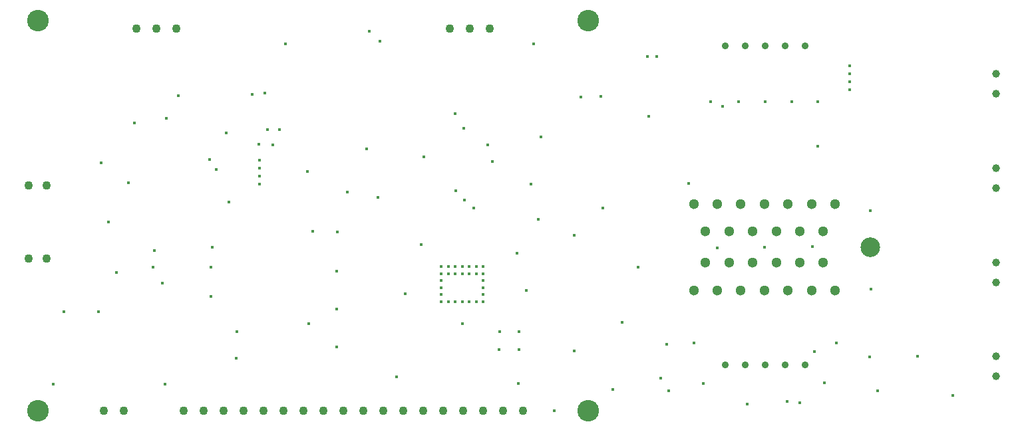
<source format=gbr>
%TF.GenerationSoftware,Altium Limited,Altium Designer,19.1.8 (144)*%
G04 Layer_Color=0*
%FSLAX26Y26*%
%MOIN*%
%TF.FileFunction,Plated,1,2,PTH,Drill*%
%TF.Part,Single*%
G01*
G75*
%TA.AperFunction,ComponentDrill*%
%ADD90C,0.108268*%
%ADD91C,0.043307*%
%TA.AperFunction,OtherDrill,Pad Free-0 (51.181mil,1230.315mil)*%
%ADD92C,0.043307*%
%TA.AperFunction,OtherDrill,Pad Free-0 (139.764mil,864.173mil)*%
%ADD93C,0.043307*%
%TA.AperFunction,OtherDrill,Pad Free-0 (51.181mil,864.173mil)*%
%ADD94C,0.043307*%
%TA.AperFunction,OtherDrill,Pad Free-0 (139.764mil,1230.315mil)*%
%ADD95C,0.043307*%
%TA.AperFunction,ComponentDrill*%
%ADD96C,0.051181*%
%ADD97C,0.098425*%
%ADD98C,0.035433*%
%ADD99C,0.038583*%
%TA.AperFunction,ViaDrill,NotFilled*%
%ADD100C,0.015000*%
D90*
X98425Y98425D02*
D03*
X2854331D02*
D03*
Y2055118D02*
D03*
X98425D02*
D03*
D91*
X426378Y98425D02*
D03*
X526378D02*
D03*
X826378D02*
D03*
X926378D02*
D03*
X1026378D02*
D03*
X1126378D02*
D03*
X1226378D02*
D03*
X1326378D02*
D03*
X1426378D02*
D03*
X1526378D02*
D03*
X1626378D02*
D03*
X1726378D02*
D03*
X1826378D02*
D03*
X1926378D02*
D03*
X2026378D02*
D03*
X2126378D02*
D03*
X2226378D02*
D03*
X2326378D02*
D03*
X2426378D02*
D03*
X2526378D02*
D03*
X790551Y2015748D02*
D03*
X690551D02*
D03*
X590551D02*
D03*
X2162205D02*
D03*
X2262205D02*
D03*
X2362205D02*
D03*
D92*
X51181Y1230315D02*
D03*
D93*
X139764Y864173D02*
D03*
D94*
X51181D02*
D03*
D95*
X139764Y1230315D02*
D03*
D96*
X3382677Y703307D02*
D03*
X3500787D02*
D03*
X3618898D02*
D03*
X3737008D02*
D03*
X3855118D02*
D03*
X3973228D02*
D03*
X4091339D02*
D03*
X3441732Y841102D02*
D03*
X3559843D02*
D03*
X3677953D02*
D03*
X3796063D02*
D03*
X3914173D02*
D03*
X4032284D02*
D03*
X3441732Y998583D02*
D03*
X3559843D02*
D03*
X3677953D02*
D03*
X3796063D02*
D03*
X3914173D02*
D03*
X4032284D02*
D03*
X3382677Y1136378D02*
D03*
X3500787D02*
D03*
X3618898D02*
D03*
X3737008D02*
D03*
X3855118D02*
D03*
X3973228D02*
D03*
X4091339D02*
D03*
D97*
X4268504Y919842D02*
D03*
D98*
X3540157Y1930433D02*
D03*
X3640157D02*
D03*
X3740157D02*
D03*
X3840157D02*
D03*
X3940157D02*
D03*
Y330433D02*
D03*
X3840157D02*
D03*
X3740157D02*
D03*
X3640157D02*
D03*
X3540157D02*
D03*
D99*
X4896614Y1788937D02*
D03*
Y1688937D02*
D03*
Y1316496D02*
D03*
Y1216496D02*
D03*
Y844055D02*
D03*
Y744055D02*
D03*
Y371614D02*
D03*
Y271614D02*
D03*
D100*
X2976378Y204724D02*
D03*
X3258266Y200787D02*
D03*
X3651301Y132913D02*
D03*
X4037284Y237831D02*
D03*
X4681232Y177165D02*
D03*
X4303150Y200787D02*
D03*
X1208661Y1274717D02*
D03*
X4504922Y373031D02*
D03*
X4263779Y370079D02*
D03*
X3248032Y433071D02*
D03*
X3382677Y440945D02*
D03*
X1208661Y1354717D02*
D03*
Y1234717D02*
D03*
X1206235Y1314717D02*
D03*
X1893701Y267716D02*
D03*
X2508858Y404528D02*
D03*
X2408213Y405512D02*
D03*
X3988189Y396654D02*
D03*
X2409444Y496062D02*
D03*
X2507869D02*
D03*
X2784291Y399606D02*
D03*
X3850394Y145669D02*
D03*
X3913386Y139291D02*
D03*
X3215828Y263779D02*
D03*
X4098425Y440945D02*
D03*
X2327598Y822598D02*
D03*
Y787598D02*
D03*
Y752598D02*
D03*
Y717598D02*
D03*
Y682598D02*
D03*
Y647598D02*
D03*
X2292598Y822598D02*
D03*
Y787598D02*
D03*
Y647598D02*
D03*
X2257598Y822598D02*
D03*
Y787598D02*
D03*
Y647598D02*
D03*
X2222598Y822598D02*
D03*
Y787598D02*
D03*
Y647598D02*
D03*
X2187598Y822598D02*
D03*
Y787598D02*
D03*
Y647598D02*
D03*
X2152598Y822598D02*
D03*
Y787598D02*
D03*
Y647598D02*
D03*
X2117598Y822598D02*
D03*
Y787598D02*
D03*
Y752598D02*
D03*
Y717598D02*
D03*
Y682598D02*
D03*
Y647598D02*
D03*
X3356299Y1238701D02*
D03*
X3737205Y920276D02*
D03*
X2187795Y1588583D02*
D03*
X2374598Y1348425D02*
D03*
X3527439Y1625984D02*
D03*
X2617126Y1471457D02*
D03*
X2568289Y1236220D02*
D03*
X2815787Y1672244D02*
D03*
X2349409Y1432244D02*
D03*
X1811024Y1952756D02*
D03*
X1755906Y2002953D02*
D03*
X2581181Y1940945D02*
D03*
X3151180Y1876865D02*
D03*
X3198819D02*
D03*
X3467520Y1650591D02*
D03*
X2926181Y1116142D02*
D03*
X2916339Y1676181D02*
D03*
X3156496Y1575787D02*
D03*
X2232284Y1514764D02*
D03*
X1744094Y1411174D02*
D03*
X3978347Y923228D02*
D03*
X2235236Y1157480D02*
D03*
X2190945Y1202756D02*
D03*
X2281496Y1115158D02*
D03*
X2222441Y536417D02*
D03*
X962598Y820866D02*
D03*
X722244Y738681D02*
D03*
X1235236Y1691929D02*
D03*
X1172244Y1685039D02*
D03*
X1248032Y1508858D02*
D03*
X1306102Y1507874D02*
D03*
X4165354Y1830669D02*
D03*
Y1790669D02*
D03*
Y1710669D02*
D03*
Y1750669D02*
D03*
X4004921Y1648622D02*
D03*
X3606299D02*
D03*
X3873032Y1649606D02*
D03*
X3740157D02*
D03*
X1204725Y1436024D02*
D03*
X741142Y1566929D02*
D03*
X1336902Y1940945D02*
D03*
X2017666Y933182D02*
D03*
X3499016Y916339D02*
D03*
X3102362Y817913D02*
D03*
X3023622Y543307D02*
D03*
X4004921Y1425197D02*
D03*
X4271654Y708307D02*
D03*
X4267717Y1103975D02*
D03*
X1452756Y535118D02*
D03*
X679460Y901575D02*
D03*
X964567Y673228D02*
D03*
X1094488Y496063D02*
D03*
X173228Y232284D02*
D03*
X1055118Y1144410D02*
D03*
X452269Y1047244D02*
D03*
X413386Y1343504D02*
D03*
X1275591Y1432087D02*
D03*
X1448819Y1300440D02*
D03*
X2031496Y1373032D02*
D03*
X1937008Y685039D02*
D03*
X2503937Y236220D02*
D03*
X2685039Y98425D02*
D03*
X2543307Y703740D02*
D03*
X2603346Y1059732D02*
D03*
X1475406Y1000079D02*
D03*
X549724Y1241931D02*
D03*
X799213Y1678150D02*
D03*
X3431851Y236220D02*
D03*
X1090551Y362205D02*
D03*
X1595524Y418358D02*
D03*
X1595472Y798925D02*
D03*
Y610236D02*
D03*
X1595760Y997311D02*
D03*
X1648622Y1194882D02*
D03*
X1799213Y1170276D02*
D03*
X674213Y817913D02*
D03*
X492126Y791339D02*
D03*
X226378Y594488D02*
D03*
X400591D02*
D03*
X969488Y920276D02*
D03*
X579724Y1542323D02*
D03*
X734252Y233268D02*
D03*
X2783366Y978248D02*
D03*
X2496063Y889764D02*
D03*
X958662Y1360236D02*
D03*
X992126Y1308071D02*
D03*
X1042323Y1491142D02*
D03*
%TF.MD5,b1427fc3d2ad8e49aa5a0fce6fcdac2b*%
M02*

</source>
